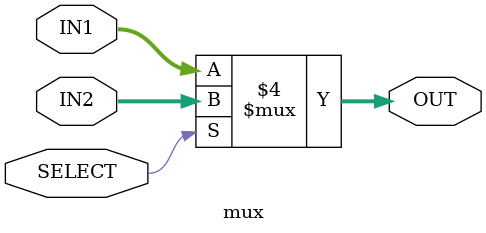
<source format=v>
`include "alu.v"
`include "reg.v"

module cpu(PC, INSTRUCTION, CLK, RESET);

    // Input Port Declaration
    input [31:0] INSTRUCTION;
    input CLK, RESET;

    // Output Port Declaration
    output reg [31:0] PC;

    // Connections for Register File
    wire [2:0] READREG1, READREG2, WRITEREG;
    wire [7:0] REGOUT1, REGOUT2;
    reg WRITEENABLE;

    // Connections for ALU
    wire [7:0] OPERAND1, OPERAND2, ALURESULT;
    reg [2:0] ALUOP;

    // Connections for negation MUX
    wire [7:0] negatedOp;
    wire [7:0] registerOp;
    reg signSelect;

    // Connections for immediate value MUX
    wire [7:0] IMMEDIATE;
    reg immSelect;

    // PC value stored inside CPU
    reg [31:0] PCreg;

    // Current OPCODE stored in CPU
    reg [7:0] OPCODE;

    // Instantiation of CPU modules
    reg_file my_reg(ALURESULT, REGOUT1, REGOUT2, WRITEREG, READREG1, READREG2, WRITEENABLE, CLK, RESET);

    alu my_alu(REGOUT1, OPERAND2, ALURESULT, ALUOP);

    twosComp my_twosComp(REGOUT2, negatedOp);

    mux negationMUX(REGOUT2, negatedOp, signSelect, registerOp);

    mux immediateMUX(registerOp, IMMEDIATE, immSelect, OPERAND2);

    //PC - Program counter

    always @ ( posedge CLK)
	begin
		if (RESET == 1'b1) 
		begin
			#1
			PC = 0;		//If RESET signal is HIGH, set PC to zero
			PCreg = 0;
		end
		else #1 PC = PCreg;		//Else, write new PC value
	end
	
	
	//PC+4 Adder
	always @ (PC)
	begin
		#1 PCreg = PCreg + 4;
	end

    	//Relevant portions of INSTRUCTION are mapped to the respective units
	
	///////////////////////////////////////////////////////////////////
	/*    OP-CODE    /      RD       /       RT      /     RS/IMM    */
	/*    [31:24]    /    [23:16]    /     [15:8]    /      [7:0]    */
	///////////////////////////////////////////////////////////////////
	/*       |       /        |      /        |      /       |       */
	/*    OPCODE     /    WRITEREG   /    READREG1   /    READREG2   */
	/*               /               /               /   IMMEDIATE   */
	/*****************************************************************/
	assign READREG1 = INSTRUCTION[15:8];
	assign IMMEDIATE = INSTRUCTION[7:0];
	assign READREG2 = INSTRUCTION[7:0];
	assign WRITEREG = INSTRUCTION[23:16];

    	//Decoding the instruction
	always @ (INSTRUCTION)
	begin
	
		OPCODE = INSTRUCTION[31:24];	//Mapping the OP-CODE section of the instruction to OPCODE
		
		#1			//1 Time Unit Delay for Decoding process
		
		case (OPCODE)
		
			//loadi instruction
			8'b00000000:	begin
								ALUOP = 3'b000;			//Set ALU to forward
								immSelect = 1'b1;		//Set MUX to select immediate value
								signSelect = 1'b0;		//Set sign select MUX to positive sign
								WRITEENABLE = 1'b1;		//Enable writing to register
							end
		
			//mov instruction
			8'b00000001:	begin
								ALUOP = 3'b000;			//Set ALU to FORWARD
								immSelect = 1'b0;		//Set MUX to select register input
								signSelect = 1'b0;		//Set sign select MUX to positive sign
								WRITEENABLE = 1'b1;		//Enable writing to register
							end
			
			//add instruction
			8'b00000010:	begin
								ALUOP = 3'b001;			//Set ALU to ADD
								immSelect = 1'b0;		//Set MUX to select register input
								signSelect = 1'b0;		//Set sign select MUX to positive sign
								WRITEENABLE = 1'b1;		//Enable writing to register
							end	
		
			//sub instruction
			8'b00000011:	begin
								ALUOP = 3'b001;			//Set ALU to ADD
								immSelect = 1'b0;		//Set MUX to select register input
								signSelect = 1'b1;		//Set sign select MUX to negative sign
								WRITEENABLE = 1'b1;		//Enable writing to register
							end

			//and instruction
			8'b00000100:	begin
								ALUOP = 3'b010;			//Set ALU to AND
								immSelect = 1'b0;		//Set MUX to select register input
								signSelect = 1'b0;		//Set sign select MUX to positive sign
								WRITEENABLE = 1'b1;		//Enable writing to register
							end
							
			//or operation
			8'b00000101:	begin
								ALUOP = 3'b011;			//Set ALU to OR
								immSelect = 1'b0;		//Set MUX to select register input
								signSelect = 1'b0;		//Set sign select MUX to positive sign
								WRITEENABLE = 1'b1;		//Enable writing to register
							end

		endcase
		
	end

endmodule



//modules 

module twosComp(IN, OUT);
    input [7:0] IN;
    output [7:0] OUT;

    // Combinational logic to assign two's complement value of input to output
    assign #1 OUT = ~IN + 1;
endmodule

module mux(IN1, IN2, SELECT, OUT);
    input [7:0] IN1, IN2;
    input SELECT;
    output reg [7:0] OUT;

    // MUX should update output value upon change of any of the inputs
    always @ (IN1, IN2, SELECT) begin
        if (SELECT == 1'b1) begin  // If SELECT is HIGH, switch to 2nd input
            OUT = IN2;
        end else begin              // If SELECT is LOW, switch to 1st input
            OUT = IN1;
        end
    end
endmodule
</source>
